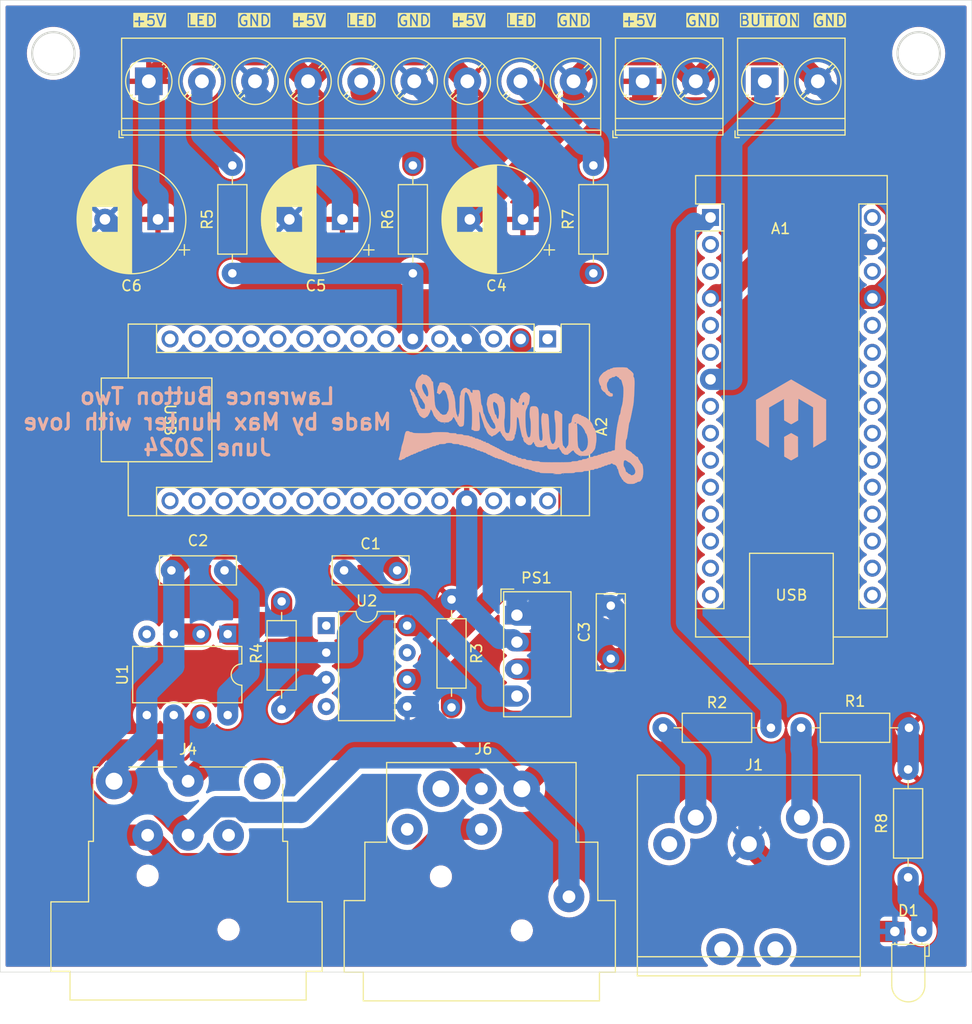
<source format=kicad_pcb>
(kicad_pcb (version 20240108) (generator "pcbnew") (generator_version "8.0")
  (layers (0 "F.Cu" signal) (31 "B.Cu" signal) (34 "B.Paste" user) (35 "F.Paste" user) (36 "B.SilkS" user "B.Silkscreen") (37 "F.SilkS" user "F.Silkscreen") (38 "B.Mask" user) (39 "F.Mask" user) (44 "Edge.Cuts" user))
  (net 0 "")
  (net 4 "GND")
  (net 8 "+5V")
  (net 16 "MIDI_OUT")
  (net 22 "Net-(A1-D4)")
  (net 42 "DMX_IN")
  (net 44 "WS2812_OUT")
  (net 57 "GND2")
  (net 58 "+5VP")
  (net 59 "Net-(D1-A)")
  (net 60 "Net-(J1-Pad5)")
  (net 62 "Net-(J1-Pad4)")
  (net 66 "DMX+")
  (net 67 "DMX-")
  (net 70 "Net-(J7-Pin_8)")
  (net 71 "Net-(J7-Pin_5)")
  (net 72 "Net-(J7-Pin_2)")
  (net 73 "Net-(U2-C)")
  (net 74 "Net-(U1-RO)")
  (footprint "TerminalBlock_Phoenix:TerminalBlock_Phoenix_PT-1,5-2-5.0-H_1x02_P5.00mm_Horizontal" (layer "F.Cu") (at 96 59.13)
    (property "Reference" "J3" (hide yes))
    (property "Value" "Screw_Terminal_01x02")
    (pad "1" thru_hole rect (at 0 0) (size 2.6 2.6) (drill 1.3) (layers "*.Cu" "*.Mask") (net 8 "+5V"))
    (pad "2" thru_hole circle (at 5 0) (size 2.6 2.6) (drill 1.3) (layers "*.Cu" "*.Mask") (net 4 "GND"))
  )
  (footprint "Resistor_THT:R_Axial_DIN0207_L6.3mm_D2.5mm_P10.16mm_Horizontal" (layer "F.Cu") (at 97.92 120)
    (property "Reference" "R2" (at 5.08 -2.37 0) (layer "F.SilkS"))
    (property "Value" "220R")
    (pad "1" thru_hole circle (at 0 0) (size 1.6 1.6) (drill 0.8) (layers "*.Cu" "*.Mask") (net 60 "Net-(J1-Pad5)"))
    (pad "2" thru_hole oval (at 10.16 0) (size 1.6 1.6) (drill 0.8) (layers "*.Cu" "*.Mask") (net 16 "MIDI_OUT"))
  )
  (footprint "Capacitor_THT:C_Rect_L7.0mm_W2.5mm_P5.00mm" (layer "F.Cu") (at 67.88 105.18)
    (property "Reference" "C1" (at 2.5 -2.5 0) (layer "F.SilkS"))
    (property "Value" "100nF")
    (pad "1" thru_hole circle (at 0 0) (size 1.6 1.6) (drill 0.8) (layers "*.Cu" "*.Mask") (net 58 "+5VP"))
    (pad "2" thru_hole circle (at 5 0) (size 1.6 1.6) (drill 0.8) (layers "*.Cu" "*.Mask") (net 57 "GND2"))
  )
  (footprint "TerminalBlock_Phoenix:TerminalBlock_Phoenix_PT-1,5-2-5.0-H_1x02_P5.00mm_Horizontal" (layer "F.Cu") (at 107.5 59.13)
    (property "Reference" "J2" (hide yes))
    (property "Value" "Screw_Terminal_01x02")
    (pad "1" thru_hole rect (at 0 0) (size 2.6 2.6) (drill 1.3) (layers "*.Cu" "*.Mask") (net 22 "Net-(A1-D4)"))
    (pad "2" thru_hole circle (at 5 0) (size 2.6 2.6) (drill 1.3) (layers "*.Cu" "*.Mask") (net 4 "GND"))
  )
  (footprint "Package_DIP:DIP-8_W7.62mm" (layer "F.Cu") (at 66.2 110.38)
    (property "Reference" "U2" (at 3.81 -2.33 0) (layer "F.SilkS"))
    (property "Value" "6N137")
    (pad "1" thru_hole rect (at 0 0) (size 1.6 1.6) (drill 0.8) (layers "*.Cu" "*.Mask"))
    (pad "2" thru_hole oval (at 0 2.54) (size 1.6 1.6) (drill 0.8) (layers "*.Cu" "*.Mask") (net 58 "+5VP"))
    (pad "3" thru_hole oval (at 0 5.08) (size 1.6 1.6) (drill 0.8) (layers "*.Cu" "*.Mask") (net 73 "Net-(U2-C)"))
    (pad "4" thru_hole oval (at 0 7.62) (size 1.6 1.6) (drill 0.8) (layers "*.Cu" "*.Mask"))
    (pad "5" thru_hole oval (at 7.62 7.62) (size 1.6 1.6) (drill 0.8) (layers "*.Cu" "*.Mask") (net 4 "GND"))
    (pad "6" thru_hole oval (at 7.62 5.08) (size 1.6 1.6) (drill 0.8) (layers "*.Cu" "*.Mask") (net 42 "DMX_IN"))
    (pad "7" thru_hole oval (at 7.62 2.54) (size 1.6 1.6) (drill 0.8) (layers "*.Cu" "*.Mask"))
    (pad "8" thru_hole oval (at 7.62 0) (size 1.6 1.6) (drill 0.8) (layers "*.Cu" "*.Mask") (net 8 "+5V"))
  )
  (footprint "Capacitor_THT:CP_Radial_D10.0mm_P5.00mm" (layer "F.Cu") (at 50.3577 72.13 180)
    (property "Reference" "C6" (at 2.5 -6.25 0) (layer "F.SilkS"))
    (property "Value" "1000uF")
    (pad "1" thru_hole rect (at 0 0 180) (size 2 2) (drill 1) (layers "*.Cu" "*.Mask") (net 8 "+5V"))
    (pad "2" thru_hole circle (at 5 0 180) (size 2 2) (drill 1) (layers "*.Cu" "*.Mask") (net 4 "GND"))
  )
  (footprint "Resistor_THT:R_Axial_DIN0207_L6.3mm_D2.5mm_P10.16mm_Horizontal" (layer "F.Cu") (at 57.3577 77.21 90)
    (property "Reference" "R5" (at 5.08 -2.37 90) (layer "F.SilkS"))
    (property "Value" "470R")
    (pad "1" thru_hole circle (at 0 0 90) (size 1.6 1.6) (drill 0.8) (layers "*.Cu" "*.Mask") (net 44 "WS2812_OUT"))
    (pad "2" thru_hole oval (at 10.16 0 90) (size 1.6 1.6) (drill 0.8) (layers "*.Cu" "*.Mask") (net 72 "Net-(J7-Pin_2)"))
  )
  (footprint "LED_THT:LED_D3.0mm_Horizontal_O1.27mm_Z10.0mm" (layer "F.Cu") (at 119.75 139.175)
    (property "Reference" "D1" (at 1.27 -1.96 0) (layer "F.SilkS"))
    (property "Value" "LED")
    (pad "1" thru_hole rect (at 0 0) (size 1.8 1.8) (drill 0.9) (layers "*.Cu" "*.Mask") (net 4 "GND"))
    (pad "2" thru_hole circle (at 2.54 0) (size 1.8 1.8) (drill 0.9) (layers "*.Cu" "*.Mask") (net 59 "Net-(D1-A)"))
  )
  (footprint "Resistor_THT:R_Axial_DIN0207_L6.3mm_D2.5mm_P10.16mm_Horizontal" (layer "F.Cu") (at 74.3577 77.21 90)
    (property "Reference" "R6" (at 5.08 -2.37 90) (layer "F.SilkS"))
    (property "Value" "470R")
    (pad "1" thru_hole circle (at 0 0 90) (size 1.6 1.6) (drill 0.8) (layers "*.Cu" "*.Mask") (net 44 "WS2812_OUT"))
    (pad "2" thru_hole oval (at 10.16 0 90) (size 1.6 1.6) (drill 0.8) (layers "*.Cu" "*.Mask") (net 71 "Net-(J7-Pin_5)"))
  )
  (footprint "Resistor_THT:R_Axial_DIN0207_L6.3mm_D2.5mm_P10.16mm_Horizontal" (layer "F.Cu") (at 91.3577 77.21 90)
    (property "Reference" "R7" (at 5.08 -2.37 90) (layer "F.SilkS"))
    (property "Value" "470R")
    (pad "1" thru_hole circle (at 0 0 90) (size 1.6 1.6) (drill 0.8) (layers "*.Cu" "*.Mask") (net 44 "WS2812_OUT"))
    (pad "2" thru_hole oval (at 10.16 0 90) (size 1.6 1.6) (drill 0.8) (layers "*.Cu" "*.Mask") (net 70 "Net-(J7-Pin_8)"))
  )
  (footprint "Module:Arduino_Nano" (layer "F.Cu") (at 102.39 71.95)
    (property "Reference" "A1" (at 6.61 1.05 0) (layer "F.SilkS"))
    (property "Value" "Arduino_Nano_v3.x")
    (fp_text user "USB" (at 7.62 35.56 0) (layer "F.SilkS"))
    (pad "1" thru_hole rect (at 0 0) (size 1.6 1.6) (drill 1) (layers "*.Cu" "*.Mask") (net 16 "MIDI_OUT"))
    (pad "2" thru_hole oval (at 0 2.54) (size 1.6 1.6) (drill 1) (layers "*.Cu" "*.Mask"))
    (pad "3" thru_hole oval (at 0 5.08) (size 1.6 1.6) (drill 1) (layers "*.Cu" "*.Mask"))
    (pad "4" thru_hole oval (at 0 7.62) (size 1.6 1.6) (drill 1) (layers "*.Cu" "*.Mask") (net 4 "GND"))
    (pad "5" thru_hole oval (at 0 10.16) (size 1.6 1.6) (drill 1) (layers "*.Cu" "*.Mask"))
    (pad "6" thru_hole oval (at 0 12.7) (size 1.6 1.6) (drill 1) (layers "*.Cu" "*.Mask"))
    (pad "7" thru_hole oval (at 0 15.24) (size 1.6 1.6) (drill 1) (layers "*.Cu" "*.Mask") (net 22 "Net-(A1-D4)"))
    (pad "8" thru_hole oval (at 0 17.78) (size 1.6 1.6) (drill 1) (layers "*.Cu" "*.Mask"))
    (pad "9" thru_hole oval (at 0 20.32) (size 1.6 1.6) (drill 1) (layers "*.Cu" "*.Mask"))
    (pad "10" thru_hole oval (at 0 22.86) (size 1.6 1.6) (drill 1) (layers "*.Cu" "*.Mask"))
    (pad "11" thru_hole oval (at 0 25.4) (size 1.6 1.6) (drill 1) (layers "*.Cu" "*.Mask"))
    (pad "12" thru_hole oval (at 0 27.94) (size 1.6 1.6) (drill 1) (layers "*.Cu" "*.Mask"))
    (pad "13" thru_hole oval (at 0 30.48) (size 1.6 1.6) (drill 1) (layers "*.Cu" "*.Mask"))
    (pad "14" thru_hole oval (at 0 33.02) (size 1.6 1.6) (drill 1) (layers "*.Cu" "*.Mask"))
    (pad "15" thru_hole oval (at 0 35.56) (size 1.6 1.6) (drill 1) (layers "*.Cu" "*.Mask"))
    (pad "16" thru_hole oval (at 15.24 35.56) (size 1.6 1.6) (drill 1) (layers "*.Cu" "*.Mask"))
    (pad "17" thru_hole oval (at 15.24 33.02) (size 1.6 1.6) (drill 1) (layers "*.Cu" "*.Mask"))
    (pad "18" thru_hole oval (at 15.24 30.48) (size 1.6 1.6) (drill 1) (layers "*.Cu" "*.Mask"))
    (pad "19" thru_hole oval (at 15.24 27.94) (size 1.6 1.6) (drill 1) (layers "*.Cu" "*.Mask"))
    (pad "20" thru_hole oval (at 15.24 25.4) (size 1.6 1.6) (drill 1) (layers "*.Cu" "*.Mask"))
    (pad "21" thru_hole oval (at 15.24 22.86) (size 1.6 1.6) (drill 1) (layers "*.Cu" "*.Mask"))
    (pad "22" thru_hole oval (at 15.24 20.32) (size 1.6 1.6) (drill 1) (layers "*.Cu" "*.Mask"))
    (pad "23" thru_hole oval (at 15.24 17.78) (size 1.6 1.6) (drill 1) (layers "*.Cu" "*.Mask"))
    (pad "24" thru_hole oval (at 15.24 15.24) (size 1.6 1.6) (drill 1) (layers "*.Cu" "*.Mask"))
    (pad "25" thru_hole oval (at 15.24 12.7) (size 1.6 1.6) (drill 1) (layers "*.Cu" "*.Mask"))
    (pad "26" thru_hole oval (at 15.24 10.16) (size 1.6 1.6) (drill 1) (layers "*.Cu" "*.Mask"))
    (pad "27" thru_hole oval (at 15.24 7.62) (size 1.6 1.6) (drill 1) (layers "*.Cu" "*.Mask") (net 8 "+5V"))
    (pad "28" thru_hole oval (at 15.24 5.08) (size 1.6 1.6) (drill 1) (layers "*.Cu" "*.Mask"))
    (pad "29" thru_hole oval (at 15.24 2.54) (size 1.6 1.6) (drill 1) (layers "*.Cu" "*.Mask") (net 4 "GND"))
    (pad "30" thru_hole oval (at 15.24 0) (size 1.6 1.6) (drill 1) (layers "*.Cu" "*.Mask"))
  )
  (footprint "Resistor_THT:R_Axial_DIN0207_L6.3mm_D2.5mm_P10.16mm_Horizontal" (layer "F.Cu") (at 62 118.26 90)
    (property "Reference" "R4" (at 5.26 -2.38 90) (layer "F.SilkS"))
    (property "Value" "470R")
    (pad "1" thru_hole circle (at 0 0 90) (size 1.6 1.6) (drill 0.8) (layers "*.Cu" "*.Mask") (net 73 "Net-(U2-C)"))
    (pad "2" thru_hole oval (at 10.16 0 90) (size 1.6 1.6) (drill 0.8) (layers "*.Cu" "*.Mask") (net 74 "Net-(U1-RO)"))
  )
  (footprint "Capacitor_THT:C_Rect_L7.0mm_W2.5mm_P5.00mm" (layer "F.Cu") (at 93 113.5 90)
    (property "Reference" "C3" (at 2.5 -2.5 90) (layer "F.SilkS"))
    (property "Value" "10uF")
    (pad "1" thru_hole circle (at 0 0 90) (size 1.6 1.6) (drill 0.8) (layers "*.Cu" "*.Mask") (net 8 "+5V"))
    (pad "2" thru_hole circle (at 5 0 90) (size 1.6 1.6) (drill 0.8) (layers "*.Cu" "*.Mask") (net 4 "GND"))
  )
  (footprint "Capacitor_THT:C_Rect_L7.0mm_W2.5mm_P5.00mm" (layer "F.Cu") (at 56.62 105.18 180)
    (property "Reference" "C2" (at 2.5 2.8 0) (layer "F.SilkS"))
    (property "Value" "100nF")
    (pad "1" thru_hole circle (at 0 0 180) (size 1.6 1.6) (drill 0.8) (layers "*.Cu" "*.Mask") (net 58 "+5VP"))
    (pad "2" thru_hole circle (at 5 0 180) (size 1.6 1.6) (drill 0.8) (layers "*.Cu" "*.Mask") (net 57 "GND2"))
  )
  (footprint "Resistor_THT:R_Axial_DIN0207_L6.3mm_D2.5mm_P10.16mm_Horizontal" (layer "F.Cu") (at 78 107.92 -90)
    (property "Reference" "R3" (at 5.08 -2.37 90) (layer "F.SilkS"))
    (property "Value" "4k7")
    (pad "1" thru_hole circle (at 0 0 270) (size 1.6 1.6) (drill 0.8) (layers "*.Cu" "*.Mask") (net 8 "+5V"))
    (pad "2" thru_hole oval (at 10.16 0 270) (size 1.6 1.6) (drill 0.8) (layers "*.Cu" "*.Mask") (net 42 "DMX_IN"))
  )
  (footprint "Module:Arduino_Nano" (layer "F.Cu") (at 87.05 83.39 -90)
    (property "Reference" "A2" (at 8.24 -5.08 90) (layer "F.SilkS"))
    (property "Value" "Arduino_Nano_v3.x")
    (fp_text user "USB" (at 7.62 35.56 -90) (layer "F.SilkS"))
    (pad "1" thru_hole rect (at 0 0 270) (size 1.6 1.6) (drill 1) (layers "*.Cu" "*.Mask"))
    (pad "2" thru_hole oval (at 0 2.54 270) (size 1.6 1.6) (drill 1) (layers "*.Cu" "*.Mask") (net 42 "DMX_IN"))
    (pad "3" thru_hole oval (at 0 5.08 270) (size 1.6 1.6) (drill 1) (layers "*.Cu" "*.Mask"))
    (pad "4" thru_hole oval (at 0 7.62 270) (size 1.6 1.6) (drill 1) (layers "*.Cu" "*.Mask") (net 4 "GND"))
    (pad "5" thru_hole oval (at 0 10.16 270) (size 1.6 1.6) (drill 1) (layers "*.Cu" "*.Mask"))
    (pad "6" thru_hole oval (at 0 12.7 270) (size 1.6 1.6) (drill 1) (layers "*.Cu" "*.Mask") (net 44 "WS2812_OUT"))
    (pad "7" thru_hole oval (at 0 15.24 270) (size 1.6 1.6) (drill 1) (layers "*.Cu" "*.Mask"))
    (pad "8" thru_hole oval (at 0 17.78 270) (size 1.6 1.6) (drill 1) (layers "*.Cu" "*.Mask"))
    (pad "9" thru_hole oval (at 0 20.32 270) (size 1.6 1.6) (drill 1) (layers "*.Cu" "*.Mask"))
    (pad "10" thru_hole oval (at 0 22.86 270) (size 1.6 1.6) (drill 1) (layers "*.Cu" "*.Mask"))
    (pad "11" thru_hole oval (at 0 25.4 270) (size 1.6 1.6) (drill 1) (layers "*.Cu" "*.Mask"))
    (pad "12" thru_hole oval (at 0 27.94 270) (size 1.6 1.6) (drill 1) (layers "*.Cu" "*.Mask"))
    (pad "13" thru_hole oval (at 0 30.48 270) (size 1.6 1.6) (drill 1) (layers "*.Cu" "*.Mask"))
    (pad "14" thru_hole oval (at 0 33.02 270) (size 1.6 1.6) (drill 1) (layers "*.Cu" "*.Mask"))
    (pad "15" thru_hole oval (at 0 35.56 270) (size 1.6 1.6) (drill 1) (layers "*.Cu" "*.Mask"))
    (pad "16" thru_hole oval (at 15.24 35.56 270) (size 1.6 1.6) (drill 1) (layers "*.Cu" "*.Mask"))
    (pad "17" thru_hole oval (at 15.24 33.02 270) (size 1.6 1.6) (drill 1) (layers "*.Cu" "*.Mask"))
    (pad "18" thru_hole oval (at 15.24 30.48 270) (size 1.6 1.6) (drill 1) (layers "*.Cu" "*.Mask"))
    (pad "19" thru_hole oval (at 15.24 27.94 270) (size 1.6 1.6) (drill 1) (layers "*.Cu" "*.Mask"))
    (pad "20" thru_hole oval (at 15.24 25.4 270) (size 1.6 1.6) (drill 1) (layers "*.Cu" "*.Mask"))
    (pad "21" thru_hole oval (at 15.24 22.86 270) (size 1.6 1.6) (drill 1) (layers "*.Cu" "*.Mask"))
    (pad "22" thru_hole oval (at 15.24 20.32 270) (size 1.6 1.6) (drill 1) (layers "*.Cu" "*.Mask"))
    (pad "23" thru_hole oval (at 15.24 17.78 270) (size 1.6 1.6) (drill 1) (layers "*.Cu" "*.Mask"))
    (pad "24" thru_hole oval (at 15.24 15.24 270) (size 1.6 1.6) (drill 1) (layers "*.Cu" "*.Mask"))
    (pad "25" thru_hole oval (at 15.24 12.7 270) (size 1.6 1.6) (drill 1) (layers "*.Cu" "*.Mask"))
    (pad "26" thru_hole oval (at 15.24 10.16 270) (size 1.6 1.6) (drill 1) (layers "*.Cu" "*.Mask"))
    (pad "27" thru_hole oval (at 15.24 7.62 270) (size 1.6 1.6) (drill 1) (layers "*.Cu" "*.Mask") (net 8 "+5V"))
    (pad "28" thru_hole oval (at 15.24 5.08 270) (size 1.6 1.6) (drill 1) (layers "*.Cu" "*.Mask"))
    (pad "29" thru_hole oval (at 15.24 2.54 270) (size 1.6 1.6) (drill 1) (layers "*.Cu" "*.Mask") (net 4 "GND"))
    (pad "30" thru_hole oval (at 15.24 0 270) (size 1.6 1.6) (drill 1) (layers "*.Cu" "*.Mask"))
  )
  (footprint "Package_DIP:DIP-8_W7.62mm" (layer "F.Cu") (at 56.92 111.18 -90)
    (property "Reference" "U1" (at 3.82 9.92 90) (layer "F.SilkS"))
    (property "Value" "MAX485E")
    (pad "1" thru_hole rect (at 0 0 270) (size 1.6 1.6) (drill 0.8) (layers "*.Cu" "*.Mask") (net 74 "Net-(U1-RO)"))
    (pad "2" thru_hole oval (at 0 2.54 270) (size 1.6 1.6) (drill 0.8) (layers "*.Cu" "*.Mask") (net 57 "GND2"))
    (pad "3" thru_hole oval (at 0 5.08 270) (size 1.6 1.6) (drill 0.8) (layers "*.Cu" "*.Mask") (net 57 "GND2"))
    (pad "4" thru_hole oval (at 0 7.62 270) (size 1.6 1.6) (drill 0.8) (layers "*.Cu" "*.Mask"))
    (pad "5" thru_hole oval (at 7.62 7.62 270) (size 1.6 1.6) (drill 0.8) (layers "*.Cu" "*.Mask") (net 57 "GND2"))
    (pad "6" thru_hole oval (at 7.62 5.08 270) (size 1.6 1.6) (drill 0.8) (layers "*.Cu" "*.Mask") (net 66 "DMX+"))
    (pad "7" thru_hole oval (at 7.62 2.54 270) (size 1.6 1.6) (drill 0.8) (layers "*.Cu" "*.Mask") (net 67 "DMX-"))
    (pad "8" thru_hole oval (at 7.62 0 270) (size 1.6 1.6) (drill 0.8) (layers "*.Cu" "*.Mask") (net 58 "+5VP"))
  )
  (footprint "Connector_Audio:Jack_XLR_Neutrik_NC5FAH_Horizontal" (layer "F.Cu") (at 84.62 125.74 -90)
    (property "Reference" "J6" (at -3.74 3.62 0) (layer "F.SilkS"))
    (property "Value" "NC5FAH")
    (pad "" np_thru_hole circle (at 8.26 7.62 270) (size 1.6 1.6) (drill 1.6) (layers "*.Cu" "*.Mask"))
    (pad "" np_thru_hole circle (at 13.34 0 270) (size 1.6 1.6) (drill 1.6) (layers "*.Cu" "*.Mask"))
    (pad "1" thru_hole circle (at 0 0 270) (size 3.4 3.4) (drill 1.6) (layers "*.Cu" "*.Mask") (net 57 "GND2"))
    (pad "2" thru_hole circle (at 3.815 3.81 270) (size 2.9 2.9) (drill 1.2) (layers "*.Cu" "*.Mask") (net 67 "DMX-"))
    (pad "3" thru_hole circle (at 0 3.81 270) (size 2.9 2.9) (drill 1.2) (layers "*.Cu" "*.Mask") (net 66 "DMX+"))
    (pad "4" thru_hole circle (at 3.815 10.79 270) (size 2.9 2.9) (drill 1.2) (layers "*.Cu" "*.Mask"))
    (pad "5" thru_hole circle (at 0 7.62 270) (size 3.4 3.4) (drill 1.6) (layers "*.Cu" "*.Mask"))
    (pad "G" thru_hole circle (at 10.17 -4.44 270) (size 2.9 2.9) (drill 1.2) (layers "*.Cu" "*.Mask") (net 57 "GND2"))
  )
  (footprint "maxlibrary:Lumberg-0105-05" (layer "F.Cu") (at 106 143.355 180)
    (property "Reference" "J1" (at -0.5 19.855 0) (layer "F.SilkS"))
    (property "Value" "Lumberg 0105-05")
    (pad "1" thru_hole circle (at -7.5 12.4) (size 3 3) (drill 1.5) (layers "*.Cu" "*.Mask"))
    (pad "2" thru_hole circle (at 0 12.4) (size 3 3) (drill 1.5) (layers "*.Cu" "*.Mask") (net 4 "GND"))
    (pad "3" thru_hole circle (at 7.5 12.4) (size 3 3) (drill 1.5) (layers "*.Cu" "*.Mask"))
    (pad "4" thru_hole circle (at -5 14.9) (size 3 3) (drill 1.5) (layers "*.Cu" "*.Mask") (net 62 "Net-(J1-Pad4)"))
    (pad "5" thru_hole circle (at 5 14.9) (size 3 3) (drill 1.5) (layers "*.Cu" "*.Mask") (net 60 "Net-(J1-Pad5)"))
    (pad "MP" thru_hole circle (at -2.5 2.5) (size 3 3) (drill 1.5) (layers "*.Cu" "*.Mask"))
    (pad "MP" thru_hole circle (at 2.5 2.5) (size 3 3) (drill 1.5) (layers "*.Cu" "*.Mask"))
  )
  (footprint "Capacitor_THT:CP_Radial_D10.0mm_P5.00mm" (layer "F.Cu") (at 67.7254 72.13 180)
    (property "Reference" "C5" (at 2.5 -6.25 0) (layer "F.SilkS"))
    (property "Value" "1000uF")
    (pad "1" thru_hole rect (at 0 0 180) (size 2 2) (drill 1) (layers "*.Cu" "*.Mask") (net 8 "+5V"))
    (pad "2" thru_hole circle (at 5 0 180) (size 2 2) (drill 1) (layers "*.Cu" "*.Mask") (net 4 "GND"))
  )
  (footprint "Resistor_THT:R_Axial_DIN0207_L6.3mm_D2.5mm_P10.16mm_Horizontal" (layer "F.Cu") (at 121.08 120 180)
    (property "Reference" "R1" (at 5.08 2.5 0) (layer "F.SilkS"))
    (property "Value" "220R")
    (pad "1" thru_hole circle (at 0 0 180) (size 1.6 1.6) (drill 0.8) (layers "*.Cu" "*.Mask") (net 8 "+5V"))
    (pad "2" thru_hole oval (at 10.16 0 180) (size 1.6 1.6) (drill 0.8) (layers "*.Cu" "*.Mask") (net 62 "Net-(J1-Pad4)"))
  )
  (footprint "Converter_DCDC:Converter_DCDC_Murata_MEE1SxxxxSC_THT" (layer "F.Cu") (at 84.1575 109.3925)
    (property "Reference" "PS1" (at 1.8425 -3.5 0) (layer "F.SilkS"))
    (property "Value" "MEE1S0505SC")
    (pad "1" thru_hole rect (at 0 0 270) (size 1.75 2.25) (drill 1.075) (layers "*.Cu" "*.Mask") (net 4 "GND"))
    (pad "2" thru_hole oval (at 0 2.54 270) (size 1.75 2.25) (drill 1.075) (layers "*.Cu" "*.Mask") (net 8 "+5V"))
    (pad "3" thru_hole oval (at 0 5.08 270) (size 1.75 2.25) (drill 1.075) (layers "*.Cu" "*.Mask") (net 57 "GND2"))
    (pad "4" thru_hole oval (at 0 7.62 270) (size 1.75 2.25) (drill 1.075) (layers "*.Cu" "*.Mask") (net 58 "+5VP"))
  )
  (footprint "Connector_Audio:Jack_XLR_Neutrik_NC5MAH_Horizontal" (layer "F.Cu") (at 46.21 125.03)
    (property "Reference" "J4" (at 6.98 -3 0) (layer "F.SilkS"))
    (property "Value" "NC5MAH")
    (pad "" np_thru_hole circle (at 3.17 8.89) (size 1.6 1.6) (drill 1.6) (layers "*.Cu" "*.Mask"))
    (pad "" np_thru_hole circle (at 10.79 13.97) (size 1.6 1.6) (drill 1.6) (layers "*.Cu" "*.Mask"))
    (pad "1" thru_hole circle (at 0 0) (size 3.4 3.4) (drill 1.6) (layers "*.Cu" "*.Mask") (net 57 "GND2"))
    (pad "2" thru_hole circle (at 3.17 5.08) (size 2.9 2.9) (drill 1.2) (layers "*.Cu" "*.Mask") (net 67 "DMX-"))
    (pad "3" thru_hole circle (at 6.98 0) (size 2.9 2.9) (drill 1.2) (layers "*.Cu" "*.Mask") (net 66 "DMX+"))
    (pad "4" thru_hole circle (at 10.79 5.08) (size 2.9 2.9) (drill 1.2) (layers "*.Cu" "*.Mask"))
    (pad "5" thru_hole circle (at 13.96 0) (size 3.4 3.4) (drill 1.6) (layers "*.Cu" "*.Mask"))
    (pad "G" thru_hole circle (at 6.98 5.08) (size 2.9 2.9) (drill 1.2) (layers "*.Cu" "*.Mask") (net 57 "GND2"))
  )
  (footprint "Capacitor_THT:CP_Radial_D10.0mm_P5.00mm" (layer "F.Cu") (at 84.7254 72.13 180)
    (property "Reference" "C4" (at 2.5 -6.25 0) (layer "F.SilkS"))
    (property "Value" "1000uF")
    (pad "1" thru_hole rect (at 0 0 180) (size 2 2) (drill 1) (layers "*.Cu" "*.Mask") (net 8 "+5V"))
    (pad "2" thru_hole circle (at 5 0 180) (size 2 2) (drill 1) (layers "*.Cu" "*.Mask") (net 4 "GND"))
  )
  (footprint "Resistor_THT:R_Axial_DIN0207_L6.3mm_D2.5mm_P10.16mm_Horizontal" (layer "F.Cu") (at 121 123.92 -90)
    (property "Reference" "R8" (at 5.08 2.5 90) (layer "F.SilkS"))
    (property "Value" "470R")
    (pad "1" thru_hole circle (at 0 0 270) (size 1.6 1.6) (drill 0.8) (layers "*.Cu" "*.Mask") (net 8 "+5V"))
    (pad "2" thru_hole oval (at 10.16 0 270) (size 1.6 1.6) (drill 0.8) (layers "*.Cu" "*.Mask") (net 59 "Net-(D1-A)"))
  )
  (footprint "TerminalBlock_Phoenix:TerminalBlock_Phoenix_PT-1,5-9-5.0-H_1x09_P5.00mm_Horizontal" (layer "F.Cu") (at 49.49 59.13)
    (property "Reference" "J7" (hide yes))
    (property "Value" "Screw_Terminal_01x09")
    (pad "1" thru_hole rect (at 0 0) (size 2.6 2.6) (drill 1.3) (layers "*.Cu" "*.Mask") (net 8 "+5V"))
    (pad "2" thru_hole circle (at 5 0) (size 2.6 2.6) (drill 1.3) (layers "*.Cu" "*.Mask") (net 72 "Net-(J7-Pin_2)"))
    (pad "3" thru_hole circle (at 10 0) (size 2.6 2.6) (drill 1.3) (layers "*.Cu" "*.Mask") (net 4 "GND"))
    (pad "4" thru_hole circle (at 15 0) (size 2.6 2.6) (drill 1.3) (layers "*.Cu" "*.Mask") (net 8 "+5V"))
    (pad "5" thru_hole circle (at 20 0) (size 2.6 2.6) (drill 1.3) (layers "*.Cu" "*.Mask") (net 71 "Net-(J7-Pin_5)"))
    (pad "6" thru_hole circle (at 25 0) (size 2.6 2.6) (drill 1.3) (layers "*.Cu" "*.Mask") (net 4 "GND"))
    (pad "7" thru_hole circle (at 30 0) (size 2.6 2.6) (drill 1.3) (layers "*.Cu" "*.Mask") (net 8 "+5V"))
    (pad "8" thru_hole circle (at 35 0) (size 2.6 2.6) (drill 1.3) (layers "*.Cu" "*.Mask") (net 70 "Net-(J7-Pin_8)"))
    (pad "9" thru_hole circle (at 40 0) (size 2.6 2.6) (drill 1.3) (layers "*.Cu" "*.Mask") (net 4 "GND"))
  )
  (footprint "maxlibrary:maxlogo" (layer "B.Cu") (at 110 91 180)
    (property "Reference" "G***" (hide yes))
    (property "Value" "LOGO" (hide yes))
  )
  (footprint "maxlibrary:lawrence_logo" (layer "B.Cu") (at 84.5 91.5 180)
    (property "Reference" "G***" (hide yes))
    (property "Value" "LOGO" (hide yes))
  )
  (gr_circle (center 40.5 56.5) (end 42.5 56.5) (stroke (width 0.2)) (fill none) (layer "Edge.Cuts"))
  (gr_circle (center 122 56.5) (end 124 56.5) (stroke (width 0.2)) (fill none) (layer "Edge.Cuts"))
  (gr_rect (start 35.5 51.5) (end 127 143) (stroke (width 0.05)) (fill none) (layer "Edge.Cuts"))
  (gr_text "Lawrence Button Two\nMade by Max Hunter with love\nJune 2024" (at 55 94.5 0) (layer "B.SilkS") (effects (font (size 1.5 1.5) (thickness 0.3) (bold yes)) (justify bottom mirror)))
  (gr_text "GND" (at 100.01 54 0) (layer "F.SilkS" knockout) (effects (font (size 1 1)) (justify left bottom)))
  (gr_text "GND" (at 112.01 54 0) (layer "F.SilkS" knockout) (effects (font (size 1 1)) (justify left bottom)))
  (gr_text "BUTTON" (at 105.01 54 0) (layer "F.SilkS" knockout) (effects (font (size 1 1)) (justify left bottom)))
  (gr_text "GND" (at 89.5 54 0) (layer "F.SilkS" knockout) (effects (font (size 1 1)) (justify bottom)))
  (gr_text "GND" (at 59.416665 54 0) (layer "F.SilkS" knockout) (effects (font (size 1 1)) (justify bottom)))
  (gr_text "+5V" (at 64.541664 54 0) (layer "F.SilkS" knockout) (effects (font (size 1 1)) (justify bottom)))
  (gr_text "LED" (at 84.541661 54 0) (layer "F.SilkS" knockout) (effects (font (size 1 1)) (justify bottom)))
  (gr_text "LED" (at 69.499997 54 0) (layer "F.SilkS" knockout) (effects (font (size 1 1)) (justify bottom)))
  (gr_text "LED" (at 54.458333 54 0) (layer "F.SilkS" knockout) (effects (font (size 1 1)) (justify bottom)))
  (gr_text "+5V" (at 94.01 54 0) (layer "F.SilkS" knockout) (effects (font (size 1 1)) (justify left bottom)))
  (gr_text "+5V" (at 79.583328 54 0) (layer "F.SilkS" knockout) (effects (font (size 1 1)) (justify bottom)))
  (gr_text "+5V" (at 49.5 54 0) (layer "F.SilkS" knockout) (effects (font (size 1 1)) (justify bottom)))
  (gr_text "GND" (at 74.458329 54 0) (layer "F.SilkS" knockout) (effects (font (size 1 1)) (justify bottom)))
  (segment (start 117.63 74.49) (end 108.4649 74.49) (width 2) (layer "F.Cu") (net 4))
  (segment (start 103.5017 56.6283) (end 101 59.13) (width 2) (layer "F.Cu") (net 4))
  (segment (start 109.9983 56.6283) (end 103.5017 56.6283) (width 2) (layer "F.Cu") (net 4))
  (segment (start 91.9917 56.6283) (end 98.4983 56.6283) (width 2) (layer "F.Cu") (net 4))
  (segment (start 103.9247 79.0302) (end 102.9298 79.0302) (width 1.5998) (layer "F.Cu") (net 4))
  (segment (start 98.4983 56.6283) (end 101 59.13) (width 2) (layer "F.Cu") (net 4))
  (segment (start 89.49 62.3654) (end 79.7254 72.13) (width 2) (layer "F.Cu") (net 4))
  (segment (start 102.9298 79.0302) (end 102.39 79.57) (width 1.5998) (layer "F.Cu") (net 4))
  (segment (start 89.49 59.13) (end 91.9917 56.6283) (width 2) (layer "F.Cu") (net 4))
  (segment (start 106 130.955) (end 114.22 139.175) (width 2) (layer "F.Cu") (net 4))
  (segment (start 112.5 59.13) (end 109.9983 56.6283) (width 2) (layer "F.Cu") (net 4))
  (segment (start 108.4649 74.49) (end 103.9247 79.0302) (width 2) (layer "F.Cu") (net 4))
  (segment (start 114.22 139.175) (end 119.75 139.175) (width 2) (layer "F.Cu") (net 4))
  (segment (start 89.49 59.13) (end 89.49 62.3654) (width 2) (layer "F.Cu") (net 4))
  (segment (start 78.5275 74.3711) (end 78.5275 73.3279) (width 2) (layer "B.Cu") (net 4))
  (segment (start 79.9698 83.6411) (end 79.7187 83.39) (width 1.5998) (layer "B.Cu") (net 4))
  (segment (start 73.82 118) (end 75.8217 118) (width 2) (layer "B.Cu") (net 4))
  (segment (start 76.5594 68.964) (end 76.5594 61.1994) (width 2) (layer "B.Cu") (net 4))
  (segment (start 59.5594 68.964) (end 54.1591 74.3643) (width 2) (layer "B.Cu") (net 4))
  (segment (start 47.592 74.3643) (end 45.3577 72.13) (width 2) (layer "B.Cu") (net 4))
  (segment (start 79.7187 83.39) (end 79.43 83.39) (width 2) (layer "B.Cu") (net 4))
  (segment (start 78.5275 73.3279) (end 79.7254 72.13) (width 2) (layer "B.Cu") (net 4))
  (segment (start 77.1987 120.1276) (end 84.2554 120.1276) (width 2) (layer "B.Cu") (net 4))
  (segment (start 86.2134 108.5) (end 93 108.5) (width 2) (layer "B.Cu") (net 4))
  (segment (start 117.63 74.49) (end 115.6283 74.49) (width 2) (layer "B.Cu") (net 4))
  (segment (start 84.51 106.9633) (end 84.51 98.63) (width 2) (layer "B.Cu") (net 4))
  (segment (start 78.5275 74.3711) (end 64.9665 74.3711) (width 2) (layer "B.Cu") (net 4))
  (segment (start 115.6283 62.2583) (end 112.5 59.13) (width 2) (layer "B.Cu") (net 4))
  (segment (start 93 108.5) (end 106 121.5) (width 2) (layer "B.Cu") (net 4))
  (segment (start 64.9665 74.3711) (end 62.7254 72.13) (width 2) (layer "B.Cu") (net 4))
  (segment (start 59.5594 68.964) (end 59.5594 59.1994) (width 2) (layer "B.Cu") (net 4))
  (segment (start 79.9698 84.5634) (end 79.9698 83.6411) (width 1.5998) (layer "B.Cu") (net 4))
  (segment (start 54.1591 74.3643) (end 47.592 74.3643) (width 2) (layer "B.Cu") (net 4))
  (segment (start 76.5594 61.1994) (end 74.49 59.13) (width 2) (layer "B.Cu") (net 4))
  (segment (start 84.2554 120.1276) (end 86.4842 117.8988) (width 2) (layer "B.Cu") (net 4))
  (segment (start 75.8217 118) (end 75.8217 118.7506) (width 2) (layer "B.Cu") (net 4))
  (segment (start 84.51 89.1036) (end 79.9698 84.5634) (width 2) (layer "B.Cu") (net 4))
  (segment (start 85.3209 109.3925) (end 86.4842 109.3925) (width 2) (layer "B.Cu") (net 4))
  (segment (start 75.8217 118.7506) (end 77.1987 120.1276) (width 2) (layer "B.Cu") (net 4))
  (segment (start 78.5275 81.4926) (end 78.5275 74.3711) (width 2) (layer "B.Cu") (net 4))
  (segment (start 78.5275 82.1988) (end 79.43 83.1013) (width 1.5998) (layer "B.Cu") (net 4))
  (segment (start 84.1575 109.3925) (end 85.3209 109.3925) (width 2) (layer "B.Cu") (net 4))
  (segment (start 84.51 98.63) (end 84.51 89.1036) (width 2) (layer "B.Cu") (net 4))
  (segment (start 84.1575 109.3925) (end 84.1575 107.3158) (width 2) (layer "B.Cu") (net 4))
  (segment (start 62.7254 72.13) (end 59.5594 68.964) (width 2) (layer "B.Cu") (net 4))
  (segment (start 106 121.5) (end 106 130.955) (width 2) (layer "B.Cu") (net 4))
  (segment (start 115.6283 74.49) (end 115.6283 62.2583) (width 2) (layer "B.Cu") (net 4))
  (segment (start 84.1575 107.3158) (end 84.51 106.9633) (width 2) (layer "B.Cu") (net 4))
  (segment (start 78.5275 81.4926) (end 78.5275 82.1988) (width 1.5998) (layer "B.Cu") (net 4))
  (segment (start 79.7254 72.13) (end 76.5594 68.964) (width 2) (layer "B.Cu") (net 4))
  (segment (start 86.4842 117.8988) (end 86.4842 109.3925) (width 2) (layer "B.Cu") (net 4))
  (segment (start 59.5594 59.1994) (end 59.49 59.13) (width 2) (layer "B.Cu") (net 4))
  (segment (start 79.43 83.39) (end 79.43 83.1013) (width 2) (layer "B.Cu") (net 4))
  (segment (start 85.3209 109.3925) (end 86.2134 108.5) (width 2) (layer "B.Cu") (net 4))
  (segment (start 114.58 113.5) (end 93 113.5) (width 2) (layer "F.Cu") (net 8))
  (segment (start 61.9883 56.6283) (end 51.9917 56.6283) (width 2) (layer "F.Cu") (net 8))
  (segment (start 93 113.5) (end 91.7723 112.2723) (width 2) (layer "F.Cu") (net 8))
  (segment (start 84.7254 70.836) (end 93.9297 61.6317) (width 2) (layer "F.Cu") (net 8))
  (segment (start 117.63 79.3) (end 117.63 79.57) (width 1.5998) (layer "F.Cu") (net 8))
  (segment (start 121.08 120) (end 114.58 113.5) (width 2) (layer "F.Cu") (net 8))
  (segment (start 51.9917 56.6283) (end 49.49 59.13) (width 2) (layer "F.Cu") (net 8))
  (segment (start 114.58 80.6183) (end 115.6283 79.57) (width 2) (layer "F.Cu") (net 8))
  (segment (start 73.82 110.38) (end 75.8217 110.38) (width 2) (layer "F.Cu") (net 8))
  (segment (start 79.49 59.13) (end 76.9883 56.6283) (width 2) (layer "F.Cu") (net 8))
  (segment (start 66.9917 56.6283) (end 64.49 59.13) (width 2) (layer "F.Cu") (net 8))
  (segment (start 86.6989 112.2723) (end 86.3591 111.9325) (width 1.7498) (layer "F.Cu") (net 8))
  (segment (start 76.9883 56.6283) (end 66.9917 56.6283) (width 2) (layer "F.Cu") (net 8))
  (segment (start 75.8217 110.0983) (end 78 107.92) (width 2) (layer "F.Cu") (net 8))
  (segment (start 96 59.13) (end 96 61.6317) (width 2) (layer "F.Cu") (net 8))
  (segment (start 75.8217 110.38) (end 75.8217 110.0983) (width 2) (layer "F.Cu") (net 8))
  (segment (start 84.1575 111.9325) (end 86.3591 111.9325) (width 1.7498) (layer "F.Cu") (net 8))
  (segment (start 84.7254 72.13) (end 84.7254 70.836) (width 2) (layer "F.Cu") (net 8))
  (segment (start 91.7723 112.2723) (end 88.1017 112.2723) (width 2) (layer "F.Cu") (net 8))
  (segment (start 119.8557 71.3078) (end 110.1796 61.6317) (width 2) (layer "F.Cu") (net 8))
  (segment (start 110.1796 61.6317) (end 96 61.6317) (width 2) (layer "F.Cu") (net 8))
  (segment (start 118.2651 79.3) (end 119.8557 77.7094) (width 2) (layer "F.Cu") (net 8))
  (segment (start 117.63 79.3) (end 118.2651 79.3) (width 2) (layer "F.Cu") (net 8))
  (segment (start 117.63 79.57) (end 115.6283 79.57) (width 2) (layer "F.Cu") (net 8))
  (segment (start 93.9297 61.6317) (end 96 61.6317) (width 2) (layer "F.Cu") (net 8))
  (segment (start 114.58 113.5) (end 114.58 80.6183) (width 2) (layer "F.Cu") (net 8))
  (segment (start 119.8557 77.7094) (end 119.8557 71.3078) (width 2) (layer "F.Cu") (net 8))
  (segment (start 64.49 59.13) (end 61.9883 56.6283) (width 2) (layer "F.Cu") (net 8))
  (segment (start 88.1017 112.2723) (end 86.6989 112.2723) (width 1.7498) (layer "F.Cu") (net 8))
  (segment (start 49.49 69.0606) (end 50.3577 69.9283) (width 2) (layer "B.Cu") (net 8))
  (segment (start 84.7254 71.0291) (end 84.7254 69.9283) (width 2) (layer "B.Cu") (net 8))
  (segment (start 50.3577 72.13) (end 50.3577 69.9283) (width 2) (layer "B.Cu") (net 8))
  (segment (start 49.49 59.13) (end 49.49 69.0606) (width 2) (layer "B.Cu") (net 8))
  (segment (start 79.49 59.13) (end 79.49 64.6929) (width 2) (layer "B.Cu") (net 8))
  (segment (start 64.49 66.6929) (end 67.7254 69.9283) (width 2) (layer "B.Cu") (net 8))
  (segment (start 79.0725 107.92) (end 79.0725 108.1252) (width 2) (layer "B.Cu") (net 8))
  (segment (start 83.8177 111.5927) (end 84.1575 111.9325) (width 1.7498) (layer "B.Cu") (net 8))
  (segment (start 82.54 111.5927) (end 83.8177 111.5927) (width 1.7498) (layer "B.Cu") (net 8))
  (segment (start 121.08 120) (end 121 120.08) (width 2) (layer "B.Cu") (net 8))
  (segment (start 121 120.08) (end 121 123.92) (width 2) (layer "B.Cu") (net 8))
  (segment (start 79.0725 107.92) (end 78 107.92) (width 2) (layer "B.Cu") (net 8))
  (segment (start 79.43 98.63) (end 79.43 107.5625) (width 2) (layer "B.Cu") (net 8))
  (segment (start 79.49 64.6929) (end 84.7254 69.9283) (width 2) (layer "B.Cu") (net 8))
  (segment (start 64.49 59.13) (end 64.49 66.6929) (width 2) (layer "B.Cu") (net 8))
  (segment (start 67.7254 72.13) (end 67.7254 69.9283) (width 2) (layer "B.Cu") (net 8))
  (segment (start 84.7254 71.0291) (end 84.7254 72.13) (width 2) (layer "B.Cu") (net 8))
  (segment (start 79.0725 108.1252) (end 82.54 111.5927) (width 2) (layer "B.Cu") (net 8))
  (segment (start 79.43 107.5625) (end 79.0725 107.92) (width 2) (layer "B.Cu") (net 8))
  (segment (start 100.1364 73.2087) (end 100.8553 72.4898) (width 2) (layer "B.Cu") (net 16))
  (segment (start 100.8553 72.4898) (end 101.8502 72.4898) (width 1.5998) (layer "B.Cu") (net 16))
  (segment (start 108.08 120) (end 108.08 117.9983) (width 2) (layer "B.Cu") (net 16))
  (segment (start 108.08 117.9983) (end 100.1364 110.0547) (width 2) (layer "B.Cu") (net 16))
  (segment (start 100.1364 110.0547) (end 100.1364 73.2087) (width 2) (layer "B.Cu") (net 16))
  (segment (start 101.8502 72.4898) (end 102.39 71.95) (width 1.5998) (layer "B.Cu") (net 16))
  (segment (start 104.3917 64.74) (end 107.5 61.6317) (width 2) (layer "B.Cu") (net 22))
  (segment (start 102.39 87.19) (end 104.3917 87.19) (width 2) (layer "B.Cu") (net 22))
  (segment (start 107.5 59.13) (end 107.5 61.6317) (width 2) (layer "B.Cu") (net 22))
  (segment (start 104.3917 87.19) (end 104.3917 64.74) (width 2) (layer "B.Cu") (net 22))
  (segment (start 89.0564 94.1886) (end 89.0564 100.5159) (width 2) (layer "F.Cu") (net 42))
  (segment (start 76.44 116.0783) (end 75.8217 115.46) (width 2) (layer "F.Cu") (net 42))
  (segment (start 78 118.08) (end 78 116.0783) (width 2) (layer "F.Cu") (net 42))
  (segment (start 89.0564 100.5159) (end 75.8217 113.7506) (width 2) (layer "F.Cu") (net 42))
  (segment (start 84.51 89.6422) (end 89.0564 94.1886) (width 2) (layer "F.Cu") (net 42))
  (segment (start 73.82 115.46) (end 75.8217 115.46) (width 2) (layer "F.Cu") (net 42))
  (segment (start 75.8217 113.7506) (end 75.8217 115.46) (width 2) (layer "F.Cu") (net 42))
  (segment (start 84.51 83.39) (end 84.51 89.6422) (width 2) (layer "F.Cu") (net 42))
  (segment (start 78 116.0783) (end 76.44 116.0783) (width 2) (layer "F.Cu") (net 42))
  (segment (start 74.3577 77.21) (end 91.3577 77.21) (width 2) (layer "F.Cu") (net 44))
  (segment (start 74.35 83.39) (end 74.35 77.2177) (width 2) (layer "B.Cu") (net 44))
  (segment (start 57.3654 77.2177) (end 57.3577 77.21) (width 2) (layer "B.Cu") (net 44))
  (segment (start 74.35 77.2177) (end 57.3654 77.2177) (width 2) (layer "B.Cu") (net 44))
  (segment (start 74.35 77.2177) (end 74.3577 77.21) (width 2) (layer "B.Cu") (net 44))
  (segment (start 48.11 125.03) (end 46.21 125.03) (width 2) (layer "F.Cu") (net 57))
  (segment (start 53.19 130.11) (end 48.11 125.03) (width 2) (layer "F.Cu") (net 57))
  (segment (start 86.4842 114.4725) (end 86.4842 123.8758) (width 2) (layer "F.Cu") (net 57))
  (segment (start 70.8557 103.1557) (end 72.88 105.18) (width 2) (layer "F.Cu") (net 57))
  (segment (start 86.4842 123.8758) (end 84.62 125.74) (width 2) (layer "F.Cu") (net 57))
  (segment (start 51.62 105.18) (end 53.6443 103.1557) (width 2) (layer "F.Cu") (net 57))
  (segment (start 53.6443 103.1557) (end 70.8557 103.1557) (width 2) (layer "F.Cu") (net 57))
  (segment (start 84.1575 114.4725) (end 86.4842 114.4725) (width 2) (layer "F.Cu") (net 57))
  (segment (start 51.84 111.18) (end 54.38 111.18) (width 2) (layer "F.Cu") (net 57))
  (segment (start 49.3 118.8) (end 49.3 116.7747) (width 2) (layer "B.Cu") (net 57))
  (segment (start 58.0773 127.4371) (end 58.6011 127.9609) (width 2) (layer "B.Cu") (net 57))
  (segment (start 49.3 118.8) (end 49.3 120.8017) (width 2) (layer "B.Cu") (net 57))
  (segment (start 81.7135 122.8335) (end 84.62 125.74) (width 2) (layer "B.Cu") (net 57))
  (segment (start 89.06 130.18) (end 89.06 135.91) (width 2) (layer "B.Cu") (net 57))
  (segment (start 53.19 130.11) (end 55.8629 127.4371) (width 2) (layer "B.Cu") (net 57))
  (segment (start 51.84 105.4) (end 51.62 105.18) (width 2) (layer "B.Cu") (net 57))
  (segment (start 46.21 125.03) (end 46.21 123.8917) (width 2) (layer "B.Cu") (net 57))
  (segment (start 68.9464 122.8335) (end 81.7135 122.8335) (width 2) (layer "B.Cu") (net 57))
  (segment (start 51.84 114.2347) (end 51.84 111.18) (width 2) (layer "B.Cu") (net 57))
  (segment (start 63.819 127.9609) (end 68.9464 122.8335) (width 2) (layer "B.Cu") (net 57))
  (segment (start 84.62 125.74) (end 89.06 130.18) (width 2) (layer "B.Cu") (net 57))
  (segment (start 51.84 111.18) (end 51.84 105.4) (width 2) (layer "B.Cu") (net 57))
  (segment (start 55.8629 127.4371) (end 58.0773 127.4371) (width 2) (layer "B.Cu") (net 57))
  (segment (start 46.21 123.8917) (end 49.3 120.8017) (width 2) (layer "B.Cu") (net 57))
  (segment (start 49.3 116.7747) (end 51.84 114.2347) (width 2) (layer "B.Cu") (net 57))
  (segment (start 58.6011 127.9609) (end 63.819 127.9609) (width 2) (layer "B.Cu") (net 57))
  (segment (start 58.9296 107.4896) (end 56.62 105.18) (width 2) (layer "B.Cu") (net 58))
  (segment (start 81.8308 115.5599) (end 81.8308 117.0125) (width 2) (layer "B.Cu") (net 58))
  (segment (start 58.9296 112.92) (end 58.9296 107.4896) (width 2) (layer "B.Cu") (net 58))
  (segment (start 70.9835 108.3608) (end 70.9835 108.2835) (width 2) (layer "B.Cu") (net 58))
  (segment (start 56.92 118.8) (end 56.92 116.7983) (width 2) (layer "B.Cu") (net 58))
  (segment (start 70.9835 108.3608) (end 74.6317 108.3608) (width 2) (layer "B.Cu") (net 58))
  (segment (start 74.6317 108.3608) (end 81.8308 115.5599) (width 2) (layer "B.Cu") (net 58))
  (segment (start 68.2017 111.1426) (end 70.9835 108.3608) (width 2) (layer "B.Cu") (net 58))
  (segment (start 70.9835 108.2835) (end 67.88 105.18) (width 2) (layer "B.Cu") (net 58))
  (segment (start 66.2 112.92) (end 68.2017 112.92) (width 2) (layer "B.Cu") (net 58))
  (segment (start 58.9296 114.7887) (end 58.9296 112.92) (width 2) (layer "B.Cu") (net 58))
  (segment (start 68.2017 112.92) (end 68.2017 111.1426) (width 2) (layer "B.Cu") (net 58))
  (segment (start 84.1575 117.0125) (end 81.8308 117.0125) (width 2) (layer "B.Cu") (net 58))
  (segment (start 56.92 116.7983) (end 58.9296 114.7887) (width 2) (layer "B.Cu") (net 58))
  (segment (start 58.9296 112.92) (end 66.2 112.92) (width 2) (layer "B.Cu") (net 58))
  (segment (start 121 134.08) (end 121 136.0817) (width 2) (layer "B.Cu") (net 59))
  (segment (start 122.29 137.3717) (end 122.29 139.175) (width 2) (layer "B.Cu") (net 59))
  (segment (start 121 136.0817) (end 122.29 137.3717) (width 2) (layer "B.Cu") (net 59))
  (segment (start 101 123.08) (end 97.92 120) (width 2) (layer "B.Cu") (net 60))
  (segment (start 101 128.455) (end 101 123.08) (width 2) (layer "B.Cu") (net 60))
  (segment (start 110.92 120) (end 110.92 122.0017) (width 2) (layer "B.Cu") (net 62))
  (segment (start 111 122.0817) (end 111 128.455) (width 2) (layer "B.Cu") (net 62))
  (segment (start 110.92 122.0017) (end 111 122.0817) (width 2) (layer "B.Cu") (net 62))
  (segment (start 56.1641 122.0559) (end 77.3477 122.0559) (width 2) (layer "F.Cu") (net 66))
  (segment (start 78.1092 122.7388) (end 80.81 125.4396) (width 2) (layer "F.Cu") (net 66))
  (segment (start 80.81 125.4396) (end 80.81 125.74) (width 2) (layer "F.Cu") (net 66))
  (segment (start 77.3477 122.0559) (end 78.0306 122.7388) (width 2) (layer "F.Cu") (net 66))
  (segment (start 78.0306 122.7388) (end 78.1092 122.7388) (width 2) (layer "F.Cu") (net 66))
  (segment (start 53.19 125.03) (end 56.1641 122.0559) (width 2) (layer "F.Cu") (net 66))
  (segment (start 53.19 125.03) (end 51.84 123.68) (width 2) (layer "B.Cu") (net 66))
  (segment (start 51.84 123.68) (end 51.84 118.8) (width 2) (layer "B.Cu") (net 66))
  (segment (start 43.2659 126.2084) (end 43.2659 123.8616) (width 2) (layer "F.Cu") (net 67))
  (segment (start 45.0435 122.084) (end 51.4345 122.084) (width 2) (layer "F.Cu") (net 67))
  (segment (start 47.1675 130.11) (end 43.2659 126.2084) (width 2) (layer "F.Cu") (net 67))
  (segment (start 54.38 119.1385) (end 54.38 118.8) (width 2) (layer "F.Cu") (net 67))
  (segment (start 51.4345 122.084) (end 54.38 119.1385) (width 2) (layer "F.Cu") (net 67))
  (segment (start 52.0625 132.7925) (end 49.38 130.11) (width 2) (layer "F.Cu") (net 67))
  (segment (start 49.38 130.11) (end 47.1675 130.11) (width 2) (layer "F.Cu") (net 67))
  (segment (start 74.3427 132.7925) (end 52.0625 132.7925) (width 2) (layer "F.Cu") (net 67))
  (segment (start 43.2659 123.8616) (end 45.0435 122.084) (width 2) (layer "F.Cu") (net 67))
  (segment (start 80.81 129.555) (end 77.5802 129.555) (width 2) (layer "F.Cu") (net 67))
  (segment (start 77.5802 129.555) (end 74.3427 132.7925) (width 2) (layer "F.Cu") (net 67))
  (segment (start 84.49 59.13) (end 90.4083 65.0483) (width 2) (layer "B.Cu") (net 70))
  (segment (start 90.4083 65.0483) (end 91.3577 65.0483) (width 2) (layer "B.Cu") (net 70))
  (segment (start 91.3577 67.05) (end 91.3577 65.0483) (width 2) (layer "B.Cu") (net 70))
  (segment (start 69.49 60.1806) (end 74.3577 65.0483) (width 2) (layer "F.Cu") (net 71))
  (segment (start 74.3577 67.05) (end 74.3577 65.0483) (width 2) (layer "F.Cu") (net 71))
  (segment (start 69.49 59.13) (end 69.49 60.1806) (width 2) (layer "F.Cu") (net 71))
  (segment (start 54.49 59.13) (end 54.49 64.1823) (width 2) (layer "B.Cu") (net 72))
  (segment (start 54.49 64.1823) (end 57.3577 67.05) (width 2) (layer "B.Cu") (net 72))
  (segment (start 64.6653 115.9998) (end 65.6602 115.9998) (width 1.5998) (layer "B.Cu") (net 73))
  (segment (start 64.2602 115.9998) (end 64.6653 115.9998) (width 2) (layer "B.Cu") (net 73))
  (segment (start 65.6602 115.9998) (end 66.2 115.46) (width 1.5998) (layer "B.Cu") (net 73))
  (segment (start 62 118.26) (end 64.2602 115.9998) (width 2) (layer "B.Cu") (net 73))
  (segment (start 62 108.1) (end 62 110.1017) (width 2) (layer "F.Cu") (net 74))
  (segment (start 56.92 111.18) (end 58.9217 111.18) (width 2) (layer "F.Cu") (net 74))
  (segment (start 60 110.1017) (end 62 110.1017) (width 2) (layer "F.Cu") (net 74))
  (segment (start 58.9217 111.18) (end 60 110.1017) (width 2) (layer "F.Cu") (net 74))
  (zone (net 8) (net_name "+5V") (layer "F.Cu") (connect_pads (clearance 0.5)) (min_thickness 0.25) (fill yes (thermal_gap 0.5) (thermal_bridge_width 0.5))
    (polygon (pts (xy 35.5 51.5) (xy 127 51.5) (xy 127 143) (xy 35.5 143)))
  )
  (zone (net 4) (net_name "GND") (layer "B.Cu") (connect_pads (clearance 0.5)) (min_thickness 0.25) (fill yes (thermal_gap 0.5) (thermal_bridge_width 0.5))
    (polygon (pts (xy 35.5 51.5) (xy 127 51.5) (xy 127 143) (xy 35.5 143)))
  )
)
</source>
